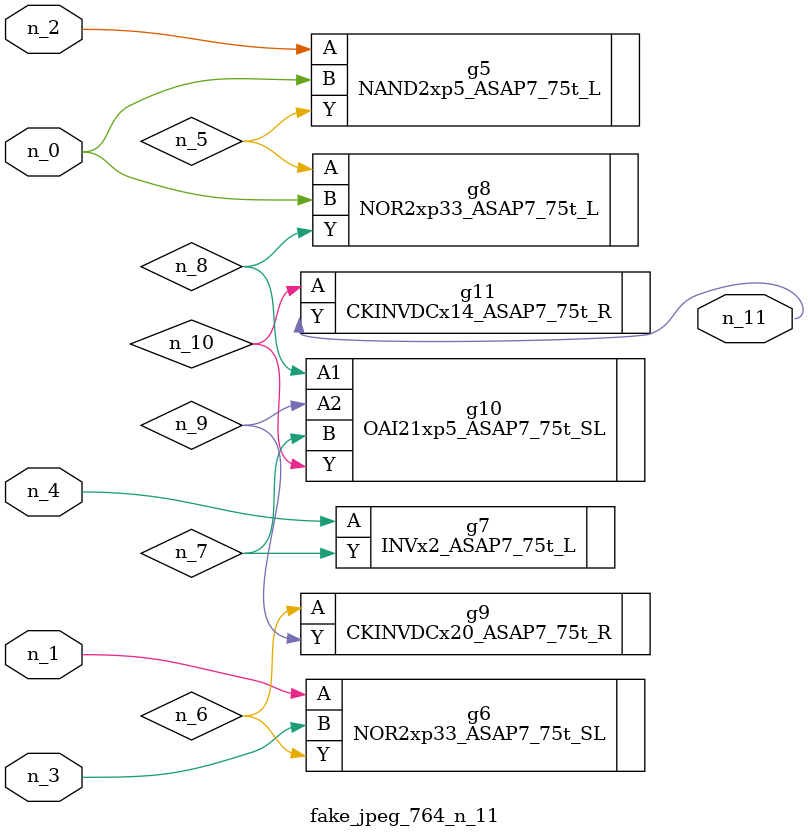
<source format=v>
module fake_jpeg_764_n_11 (n_3, n_2, n_1, n_0, n_4, n_11);

input n_3;
input n_2;
input n_1;
input n_0;
input n_4;

output n_11;

wire n_10;
wire n_8;
wire n_9;
wire n_6;
wire n_5;
wire n_7;

NAND2xp5_ASAP7_75t_L g5 ( 
.A(n_2),
.B(n_0),
.Y(n_5)
);

NOR2xp33_ASAP7_75t_SL g6 ( 
.A(n_1),
.B(n_3),
.Y(n_6)
);

INVx2_ASAP7_75t_L g7 ( 
.A(n_4),
.Y(n_7)
);

NOR2xp33_ASAP7_75t_L g8 ( 
.A(n_5),
.B(n_0),
.Y(n_8)
);

OAI21xp5_ASAP7_75t_SL g10 ( 
.A1(n_8),
.A2(n_9),
.B(n_7),
.Y(n_10)
);

CKINVDCx20_ASAP7_75t_R g9 ( 
.A(n_6),
.Y(n_9)
);

CKINVDCx14_ASAP7_75t_R g11 ( 
.A(n_10),
.Y(n_11)
);


endmodule
</source>
